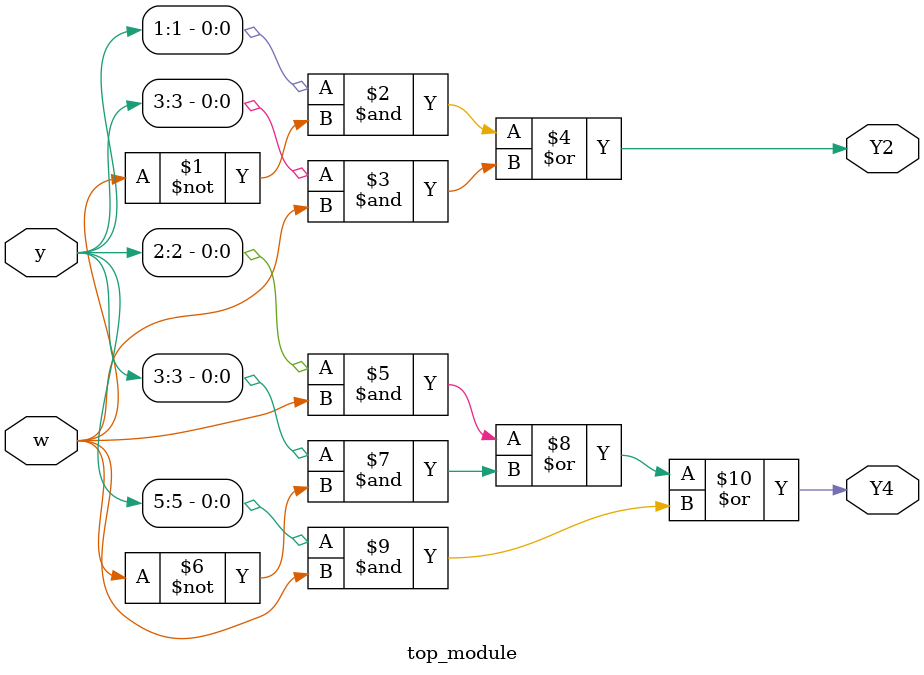
<source format=sv>
module top_module (
    input [6:1] y,
    input w,
    output Y2,
    output Y4
);

// Next-state logic for y[2] (state B and C)
assign Y2 = (y[1] & ~w) | (y[3] & w);

// Next-state logic for y[4] (state D, E, and F)
assign Y4 = (y[2] & w) | (y[3] & ~w) | (y[5] & w);

endmodule

</source>
